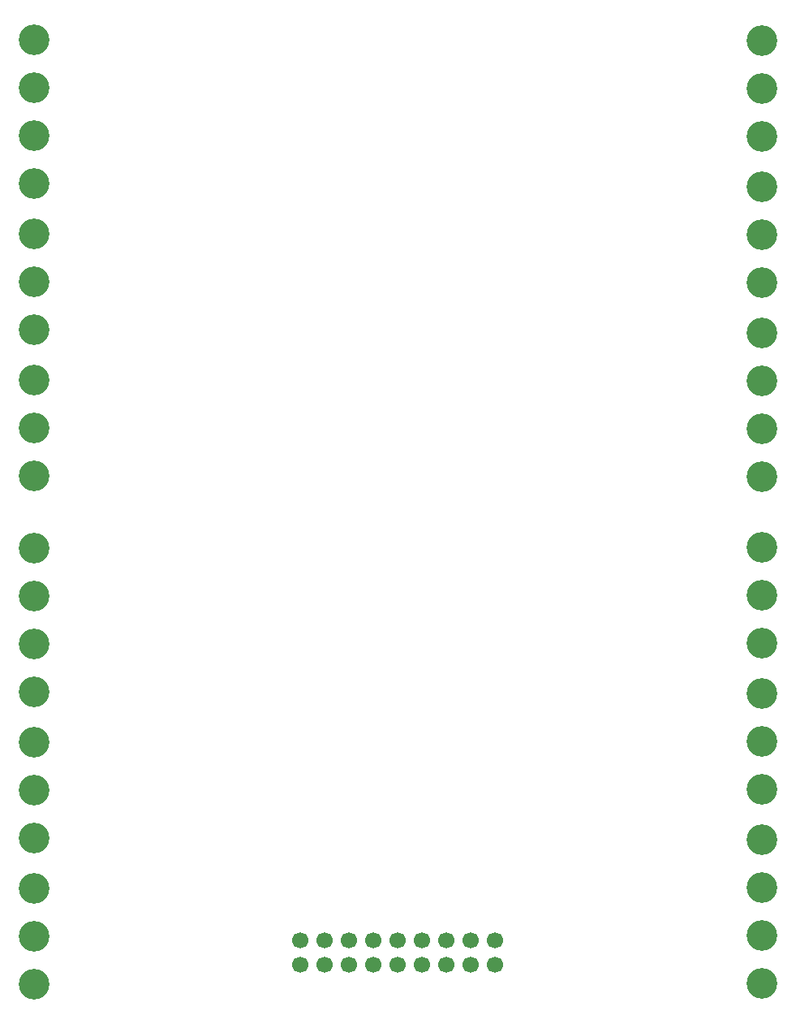
<source format=gbs>
%TF.GenerationSoftware,Novarm,DipTrace,3.2.0.1*%
%TF.CreationDate,2018-11-20T20:13:34+01:00*%
%FSLAX35Y35*%
%MOMM*%
%TF.FileFunction,Soldermask,Bot*%
%TF.Part,Single*%
%ADD48C,3.2*%
%ADD50C,1.7*%
G75*
G01*
%LPD*%
D50*
X3159123Y650877D3*
X3413123D3*
X3667123D3*
X3921123D3*
X4175123D3*
X4429123D3*
X4683123D3*
X4937123D3*
X5191123D3*
Y904877D3*
X4937123D3*
X4683123D3*
X4429123D3*
X4175123D3*
X3921123D3*
X3667123D3*
X3413123D3*
X3159123D3*
D48*
X381000Y444500D3*
Y944500D3*
Y1444500D3*
Y1968500D3*
Y2468500D3*
Y2968500D3*
Y3492500D3*
Y3992500D3*
Y4492500D3*
Y4992500D3*
Y5746750D3*
Y6246750D3*
Y6746750D3*
Y7270750D3*
Y7770750D3*
Y8270750D3*
Y8794750D3*
Y9294750D3*
Y9794750D3*
Y10294750D3*
X7969250Y10287000D3*
Y9787000D3*
Y9287000D3*
Y8763000D3*
Y8263000D3*
Y7763000D3*
Y7239000D3*
Y6739000D3*
Y6239000D3*
Y5739000D3*
Y5000627D3*
Y4500627D3*
Y4000627D3*
Y3476627D3*
Y2976627D3*
Y2476627D3*
Y1952627D3*
Y1452627D3*
Y952627D3*
Y452627D3*
M02*

</source>
